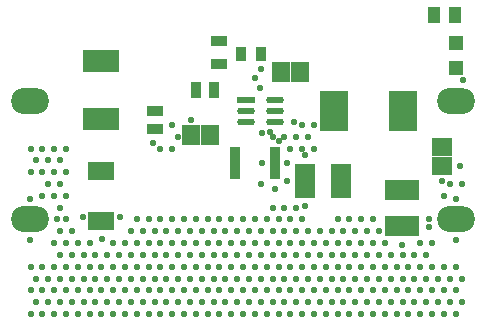
<source format=gbr>
%TF.GenerationSoftware,Altium Limited,Altium Designer,24.7.2 (38)*%
G04 Layer_Color=8388736*
%FSLAX45Y45*%
%MOMM*%
%TF.SameCoordinates,665F1D1F-C803-44D7-9F74-9D0A5895F251*%
%TF.FilePolarity,Negative*%
%TF.FileFunction,Soldermask,Top*%
%TF.Part,Single*%
G01*
G75*
%TA.AperFunction,SMDPad,CuDef*%
%ADD10R,1.05814X1.36213*%
%ADD11R,1.20000X1.20000*%
%ADD14R,2.90415X1.70273*%
%ADD15R,2.41300X3.42900*%
%ADD17R,0.80650X1.30822*%
%ADD18R,1.45000X0.95000*%
%ADD19R,2.18000X1.62000*%
%ADD20R,1.53971X0.56583*%
G04:AMPARAMS|DCode=21|XSize=1.53971mm|YSize=0.56583mm|CornerRadius=0.28292mm|HoleSize=0mm|Usage=FLASHONLY|Rotation=0.000|XOffset=0mm|YOffset=0mm|HoleType=Round|Shape=RoundedRectangle|*
%AMROUNDEDRECTD21*
21,1,1.53971,0.00000,0,0,0.0*
21,1,0.97388,0.56583,0,0,0.0*
1,1,0.56583,0.48694,0.00000*
1,1,0.56583,-0.48694,0.00000*
1,1,0.56583,-0.48694,0.00000*
1,1,0.56583,0.48694,0.00000*
%
%ADD21ROUNDEDRECTD21*%
%ADD22R,0.95000X1.35000*%
%ADD23R,1.35000X0.95000*%
%ADD24R,1.70273X2.90415*%
%ADD25R,0.95312X2.80415*%
%ADD26R,3.14960X1.95580*%
%ADD32O,3.20320X2.20320*%
%TA.AperFunction,ConnectorPad*%
%ADD33R,1.65320X1.50320*%
%TA.AperFunction,SMDPad,CuDef*%
%ADD34R,1.50320X1.65320*%
%TA.AperFunction,ViaPad*%
%ADD35C,0.55320*%
D10*
X11795199Y6227500D02*
D03*
X11619801D02*
D03*
D11*
X11800000Y5785000D02*
D03*
Y5995000D02*
D03*
D14*
X11345000Y4752500D02*
D03*
Y4442461D02*
D03*
D15*
X10767300Y5418400D02*
D03*
X11351500D02*
D03*
D17*
X10150000Y5900000D02*
D03*
X9979829D02*
D03*
D18*
X9792500Y5815000D02*
D03*
Y6010000D02*
D03*
D19*
X8800000Y4489000D02*
D03*
Y4911000D02*
D03*
D20*
X10023450Y5513400D02*
D03*
D21*
Y5418400D02*
D03*
Y5323400D02*
D03*
X10266550D02*
D03*
Y5418400D02*
D03*
Y5513400D02*
D03*
D22*
X9605000Y5600000D02*
D03*
X9755000D02*
D03*
D23*
X9250000Y5415000D02*
D03*
Y5265000D02*
D03*
D24*
X10830019Y4825000D02*
D03*
X10519980D02*
D03*
D25*
X9932500Y4975000D02*
D03*
X10267500D02*
D03*
D26*
X8800000Y5354890D02*
D03*
Y5845110D02*
D03*
D32*
X11800000Y5500000D02*
D03*
Y4500000D02*
D03*
X8200000D02*
D03*
Y5500000D02*
D03*
D33*
X11687500Y4955000D02*
D03*
Y5115000D02*
D03*
D34*
X10479000Y5748600D02*
D03*
X10319000D02*
D03*
X9562500Y5215000D02*
D03*
X9722500D02*
D03*
D35*
X10270000Y4757500D02*
D03*
X8645000Y4520000D02*
D03*
X8957500Y4522500D02*
D03*
X11850006Y4800003D02*
D03*
X11800006Y4100002D02*
D03*
X11850006Y4000002D02*
D03*
X11800006Y3900002D02*
D03*
X11850006Y3800002D02*
D03*
X11800006Y3700002D02*
D03*
X11750006Y4800003D02*
D03*
X11700006Y4700003D02*
D03*
Y4100002D02*
D03*
X11750006Y4000002D02*
D03*
X11700006Y3900002D02*
D03*
X11750006Y3800002D02*
D03*
X11700006Y3700002D02*
D03*
X11600006Y4300002D02*
D03*
Y4100002D02*
D03*
X11650006Y4000002D02*
D03*
X11600006Y3900002D02*
D03*
X11650006Y3800002D02*
D03*
X11600006Y3700002D02*
D03*
X11500006Y4300002D02*
D03*
X11550006Y4200002D02*
D03*
X11500006Y4100002D02*
D03*
X11550006Y4000002D02*
D03*
X11500006Y3900002D02*
D03*
X11550006Y3800002D02*
D03*
X11500006Y3700002D02*
D03*
X11450006Y4200002D02*
D03*
X11400006Y4100002D02*
D03*
X11450006Y4000002D02*
D03*
X11400006Y3900002D02*
D03*
X11450006Y3800002D02*
D03*
X11400006Y3700002D02*
D03*
X11350006Y4200002D02*
D03*
X11300006Y4100002D02*
D03*
X11350006Y4000002D02*
D03*
X11300006Y3900002D02*
D03*
X11350006Y3800002D02*
D03*
X11300006Y3700002D02*
D03*
X11200006Y4300002D02*
D03*
X11250006Y4200002D02*
D03*
X11200006Y4100002D02*
D03*
X11250006Y4000002D02*
D03*
X11200006Y3900002D02*
D03*
X11250006Y3800002D02*
D03*
X11200006Y3700002D02*
D03*
X11100006Y4500002D02*
D03*
X11150006Y4400002D02*
D03*
X11100006Y4300002D02*
D03*
X11150006Y4200002D02*
D03*
X11100006Y4100002D02*
D03*
X11150006Y4000002D02*
D03*
X11100006Y3900002D02*
D03*
X11150006Y3800002D02*
D03*
X11100006Y3700002D02*
D03*
X11000006Y4500002D02*
D03*
X11050006Y4400002D02*
D03*
X11000006Y4300002D02*
D03*
X11050006Y4200002D02*
D03*
X11000006Y4100002D02*
D03*
X11050006Y4000002D02*
D03*
X11000006Y3900002D02*
D03*
X11050006Y3800002D02*
D03*
X11000006Y3700002D02*
D03*
X10900006Y4500002D02*
D03*
X10950006Y4400002D02*
D03*
X10900006Y4300002D02*
D03*
X10950006Y4200002D02*
D03*
X10900006Y4100002D02*
D03*
X10950006Y4000002D02*
D03*
X10900006Y3900002D02*
D03*
X10950006Y3800002D02*
D03*
X10900006Y3700002D02*
D03*
X10800006Y4500002D02*
D03*
X10850006Y4400002D02*
D03*
X10800006Y4300002D02*
D03*
X10850006Y4200002D02*
D03*
X10800006Y4100002D02*
D03*
X10850006Y4000002D02*
D03*
X10800006Y3900002D02*
D03*
X10850006Y3800002D02*
D03*
X10800006Y3700002D02*
D03*
X10750006Y4400002D02*
D03*
X10700006Y4300002D02*
D03*
X10750006Y4200002D02*
D03*
X10700006Y4100002D02*
D03*
X10750006Y4000002D02*
D03*
X10700006Y3900002D02*
D03*
X10750006Y3800002D02*
D03*
X10700006Y3700002D02*
D03*
X10600006Y5300003D02*
D03*
Y5100003D02*
D03*
X10650006Y4400002D02*
D03*
X10600006Y4300002D02*
D03*
X10650006Y4200002D02*
D03*
X10600006Y4100002D02*
D03*
X10650006Y4000002D02*
D03*
X10600006Y3900002D02*
D03*
X10650006Y3800002D02*
D03*
X10600006Y3700002D02*
D03*
X10500006Y5300003D02*
D03*
X10550006Y5200003D02*
D03*
X10500006Y5100003D02*
D03*
Y4500002D02*
D03*
X10550006Y4400002D02*
D03*
X10500006Y4300002D02*
D03*
X10550006Y4200002D02*
D03*
X10500006Y4100002D02*
D03*
X10550006Y4000002D02*
D03*
X10500006Y3900002D02*
D03*
X10550006Y3800002D02*
D03*
X10500006Y3700002D02*
D03*
X10450006Y5200003D02*
D03*
X10400006Y5100003D02*
D03*
X10450006Y4600002D02*
D03*
X10400006Y4500002D02*
D03*
X10450006Y4400002D02*
D03*
X10400006Y4300002D02*
D03*
X10450006Y4200002D02*
D03*
X10400006Y4100002D02*
D03*
X10450006Y4000002D02*
D03*
X10400006Y3900002D02*
D03*
X10450006Y3800002D02*
D03*
X10400006Y3700002D02*
D03*
X10350005Y5200003D02*
D03*
Y4600002D02*
D03*
X10300006Y4500002D02*
D03*
X10350005Y4400002D02*
D03*
X10300006Y4300002D02*
D03*
X10350005Y4200002D02*
D03*
X10300006Y4100002D02*
D03*
X10350005Y4000002D02*
D03*
X10300006Y3900002D02*
D03*
X10350005Y3800002D02*
D03*
X10300006Y3700002D02*
D03*
X10250005Y5200003D02*
D03*
Y4600002D02*
D03*
X10200006Y4500002D02*
D03*
X10250005Y4400002D02*
D03*
X10200006Y4300002D02*
D03*
X10250005Y4200002D02*
D03*
X10200006Y4100002D02*
D03*
X10250005Y4000002D02*
D03*
X10200006Y3900002D02*
D03*
X10250005Y3800002D02*
D03*
X10200006Y3700002D02*
D03*
X10100005Y5700003D02*
D03*
X10150005Y4800003D02*
D03*
X10100005Y4500002D02*
D03*
X10150005Y4400002D02*
D03*
X10100005Y4300002D02*
D03*
X10150005Y4200002D02*
D03*
X10100005Y4100002D02*
D03*
X10150005Y4000002D02*
D03*
X10100005Y3900002D02*
D03*
X10150005Y3800002D02*
D03*
X10100005Y3700002D02*
D03*
X10000005Y4500002D02*
D03*
X10050005Y4400002D02*
D03*
X10000005Y4300002D02*
D03*
X10050005Y4200002D02*
D03*
X10000005Y4100002D02*
D03*
X10050005Y4000002D02*
D03*
X10000005Y3900002D02*
D03*
X10050005Y3800002D02*
D03*
X10000005Y3700002D02*
D03*
X9900005Y4500002D02*
D03*
X9950005Y4400002D02*
D03*
X9900005Y4300002D02*
D03*
X9950005Y4200002D02*
D03*
X9900005Y4100002D02*
D03*
X9950005Y4000002D02*
D03*
X9900005Y3900002D02*
D03*
X9950005Y3800002D02*
D03*
X9900005Y3700002D02*
D03*
X9800005Y4500002D02*
D03*
X9850005Y4400002D02*
D03*
X9800005Y4300002D02*
D03*
X9850005Y4200002D02*
D03*
X9800005Y4100002D02*
D03*
X9850005Y4000002D02*
D03*
X9800005Y3900002D02*
D03*
X9850005Y3800002D02*
D03*
X9800005Y3700002D02*
D03*
X9700005Y4500002D02*
D03*
X9750005Y4400002D02*
D03*
X9700005Y4300002D02*
D03*
X9750005Y4200002D02*
D03*
X9700005Y4100002D02*
D03*
X9750005Y4000002D02*
D03*
X9700005Y3900002D02*
D03*
X9750005Y3800002D02*
D03*
X9700005Y3700002D02*
D03*
X9600005Y4500002D02*
D03*
X9650005Y4400002D02*
D03*
X9600005Y4300002D02*
D03*
X9650005Y4200002D02*
D03*
X9600005Y4100002D02*
D03*
X9650005Y4000002D02*
D03*
X9600005Y3900002D02*
D03*
X9650005Y3800002D02*
D03*
X9600005Y3700002D02*
D03*
X9500005Y4500002D02*
D03*
X9550005Y4400002D02*
D03*
X9500005Y4300002D02*
D03*
X9550005Y4200002D02*
D03*
X9500005Y4100002D02*
D03*
X9550005Y4000002D02*
D03*
X9500005Y3900002D02*
D03*
X9550005Y3800002D02*
D03*
X9500005Y3700002D02*
D03*
X9400005Y5300003D02*
D03*
X9450005Y5200003D02*
D03*
X9400005Y5100003D02*
D03*
Y4500002D02*
D03*
X9450005Y4400002D02*
D03*
X9400005Y4300002D02*
D03*
X9450005Y4200002D02*
D03*
X9400005Y4100002D02*
D03*
X9450005Y4000002D02*
D03*
X9400005Y3900002D02*
D03*
X9450005Y3800002D02*
D03*
X9400005Y3700002D02*
D03*
X9300005Y5100003D02*
D03*
Y4500002D02*
D03*
X9350005Y4400002D02*
D03*
X9300005Y4300002D02*
D03*
X9350005Y4200002D02*
D03*
X9300005Y4100002D02*
D03*
X9350005Y4000002D02*
D03*
X9300005Y3900002D02*
D03*
X9350005Y3800002D02*
D03*
X9300005Y3700002D02*
D03*
X9200005Y4500002D02*
D03*
X9250005Y4400002D02*
D03*
X9200005Y4300002D02*
D03*
X9250005Y4200002D02*
D03*
X9200005Y4100002D02*
D03*
X9250005Y4000002D02*
D03*
X9200005Y3900002D02*
D03*
X9250005Y3800002D02*
D03*
X9200005Y3700002D02*
D03*
X9100005Y4500002D02*
D03*
X9150005Y4400002D02*
D03*
X9100005Y4300002D02*
D03*
X9150005Y4200002D02*
D03*
X9100005Y4100002D02*
D03*
X9150005Y4000002D02*
D03*
X9100005Y3900002D02*
D03*
X9150005Y3800002D02*
D03*
X9100005Y3700002D02*
D03*
X9050005Y4400002D02*
D03*
X9000005Y4300002D02*
D03*
X9050005Y4200002D02*
D03*
X9000005Y4100002D02*
D03*
X9050005Y4000002D02*
D03*
X9000005Y3900002D02*
D03*
X9050005Y3800002D02*
D03*
X9000005Y3700002D02*
D03*
X8900005Y4300002D02*
D03*
X8950005Y4200002D02*
D03*
X8900005Y4100002D02*
D03*
X8950005Y4000002D02*
D03*
X8900005Y3900002D02*
D03*
X8950005Y3800002D02*
D03*
X8900005Y3700002D02*
D03*
X8850005Y4200002D02*
D03*
X8800005Y4100002D02*
D03*
X8850005Y4000002D02*
D03*
X8800005Y3900002D02*
D03*
X8850005Y3800002D02*
D03*
X8800005Y3700002D02*
D03*
X8700005Y4300002D02*
D03*
X8750005Y4200002D02*
D03*
X8700005Y4100002D02*
D03*
X8750005Y4000002D02*
D03*
X8700005Y3900002D02*
D03*
X8750005Y3800002D02*
D03*
X8700005Y3700002D02*
D03*
X8600005Y4300002D02*
D03*
X8650005Y4200002D02*
D03*
X8600005Y4100002D02*
D03*
X8650005Y4000002D02*
D03*
X8600005Y3900002D02*
D03*
X8650005Y3800002D02*
D03*
X8600005Y3700002D02*
D03*
X8500005Y5100003D02*
D03*
Y4900003D02*
D03*
Y4700003D02*
D03*
Y4500002D02*
D03*
X8550004Y4400002D02*
D03*
X8500005Y4300002D02*
D03*
X8550004Y4200002D02*
D03*
X8500005Y4100002D02*
D03*
X8550004Y4000002D02*
D03*
X8500005Y3900002D02*
D03*
X8550004Y3800002D02*
D03*
X8500005Y3700002D02*
D03*
X8400005Y5100003D02*
D03*
X8450004Y5000003D02*
D03*
X8400005Y4900003D02*
D03*
X8450004Y4800003D02*
D03*
X8400005Y4700003D02*
D03*
X8450004Y4600002D02*
D03*
Y4400002D02*
D03*
X8400005Y4300002D02*
D03*
X8450004Y4200002D02*
D03*
X8400005Y4100002D02*
D03*
X8450004Y4000002D02*
D03*
X8400005Y3900002D02*
D03*
X8450004Y3800002D02*
D03*
X8400005Y3700002D02*
D03*
X8300004Y5100003D02*
D03*
X8350004Y5000003D02*
D03*
X8300004Y4900003D02*
D03*
X8350004Y4800003D02*
D03*
X8300004Y4700003D02*
D03*
Y4100002D02*
D03*
X8350004Y4000002D02*
D03*
X8300004Y3900002D02*
D03*
X8350004Y3800002D02*
D03*
X8300004Y3700002D02*
D03*
X8200004Y5100003D02*
D03*
X8250004Y5000003D02*
D03*
X8200004Y4900003D02*
D03*
Y4100002D02*
D03*
X8250004Y4000002D02*
D03*
X8200004Y3900002D02*
D03*
X8250004Y3800002D02*
D03*
X8200004Y3700002D02*
D03*
X10157500Y5230000D02*
D03*
X11862500Y5677500D02*
D03*
X9557500Y5342500D02*
D03*
X9240000Y5145000D02*
D03*
X10145000Y5612500D02*
D03*
X8200000Y4675000D02*
D03*
X8422500Y4502500D02*
D03*
X8195000Y4322500D02*
D03*
X8802500Y4332500D02*
D03*
X10150000Y5775000D02*
D03*
X10427500Y5327500D02*
D03*
X10227500Y5242500D02*
D03*
X10307500Y5167500D02*
D03*
X10157500Y4977500D02*
D03*
X10520000Y5050000D02*
D03*
X10372500Y4980000D02*
D03*
X10375000Y4827500D02*
D03*
X10522500Y4617500D02*
D03*
X11345000Y4287500D02*
D03*
X11800000Y4327500D02*
D03*
X11575000Y4432500D02*
D03*
Y4502500D02*
D03*
X11800000Y4672500D02*
D03*
X11835000Y4955000D02*
D03*
X11687500Y4825000D02*
D03*
%TF.MD5,e986f6bfd7a7e1a50f74843cd2e8c232*%
M02*

</source>
